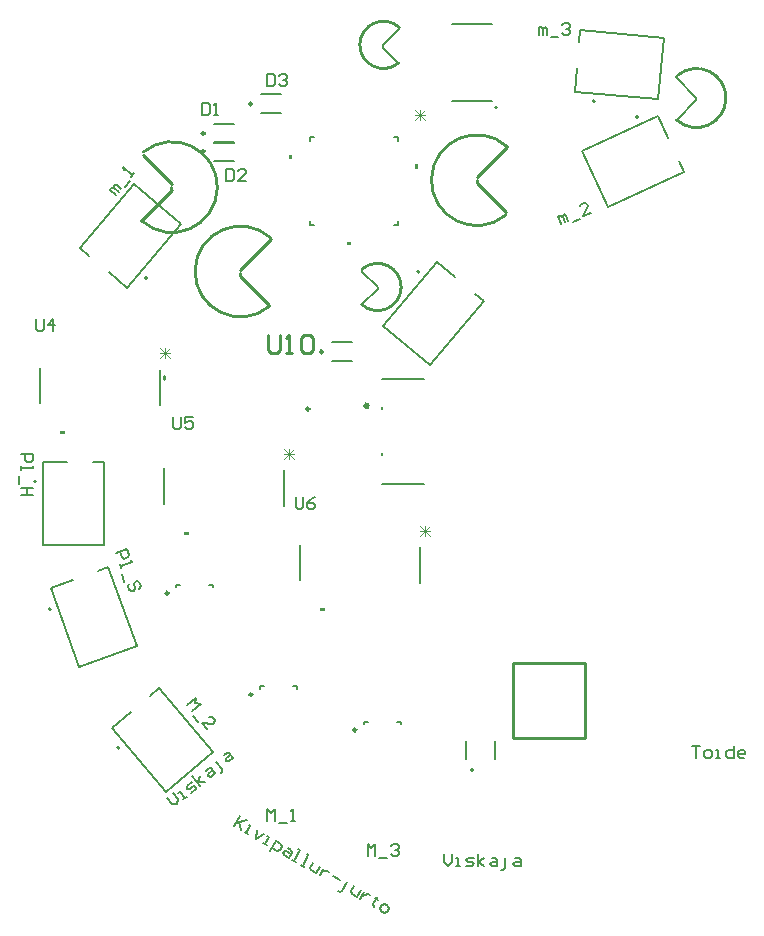
<source format=gbr>
%TF.GenerationSoftware,Altium Limited,Altium Designer,22.9.1 (49)*%
G04 Layer_Color=65535*
%FSLAX45Y45*%
%MOMM*%
%TF.SameCoordinates,A07B7C20-9008-4073-B72B-9E11D2315A39*%
%TF.FilePolarity,Positive*%
%TF.FileFunction,Legend,Top*%
%TF.Part,Single*%
G01*
G75*
%TA.AperFunction,NonConductor*%
%ADD71C,0.20000*%
%ADD72C,0.25400*%
%ADD73C,0.25000*%
%ADD74C,0.15240*%
%ADD75C,0.17780*%
%ADD76C,0.12700*%
%ADD77C,0.15000*%
%ADD78C,0.07620*%
%ADD79C,0.15300*%
G36*
X10001550Y11079040D02*
Y11053640D01*
X9963450D01*
Y11079040D01*
X10001550D01*
D02*
G37*
G36*
X11051550Y10229040D02*
Y10203640D01*
X11013450D01*
Y10229040D01*
X11051550D01*
D02*
G37*
G36*
X12201550Y9579040D02*
Y9553640D01*
X12163450D01*
Y9579040D01*
X12201550D01*
D02*
G37*
G36*
X12429050Y12679300D02*
Y12653900D01*
X12390950D01*
Y12679300D01*
X12429050D01*
D02*
G37*
G36*
X11929300Y13380949D02*
Y13419051D01*
X11903900D01*
Y13380949D01*
X11929300D01*
D02*
G37*
G36*
X12970700Y13300951D02*
Y13339050D01*
X12996100D01*
Y13300951D01*
X12970700D01*
D02*
G37*
D71*
X13663499Y13821001D02*
G03*
X13663499Y13821001I-10000J0D01*
G01*
X13006178Y12429072D02*
G03*
X13006178Y12429072I-10000J0D01*
G01*
X10466701Y8399523D02*
G03*
X10466701Y8399523I-10000J0D01*
G01*
X14489465Y13872102D02*
G03*
X14489465Y13872102I-10000J0D01*
G01*
X9884437Y9570004D02*
G03*
X9884437Y9570004I-10000J0D01*
G01*
X14855341Y13739333D02*
G03*
X14855341Y13739333I-10000J0D01*
G01*
X9759200Y10654000D02*
G03*
X9759200Y10654000I-10000J0D01*
G01*
X10700553Y12376353D02*
G03*
X10700553Y12376353I-10000J0D01*
G01*
X15174019Y14075980D02*
X15190781Y14092740D01*
X15181433Y13715378D02*
X15350000Y13883946D01*
Y13900000D01*
X15174019Y14075980D02*
X15350000Y13900000D01*
X13278500Y14525999D02*
X13621500D01*
X13278500Y13874001D02*
X13621500D01*
X12685000Y10877500D02*
Y10892500D01*
Y11267500D02*
Y11282500D01*
X12683800Y11524500D02*
X13043800D01*
X12515146Y12152303D02*
X12650000Y12287157D01*
Y12300000D01*
X12522624Y12427376D02*
X12650000Y12300000D01*
X12522624Y12427376D02*
Y12454193D01*
X12265000Y11830000D02*
X12435000D01*
X12265000Y11670000D02*
X12435000D01*
X11665000Y13930000D02*
X11835000D01*
X11665000Y13770000D02*
X11835000D01*
X11265000Y13530000D02*
X11435000D01*
X11265000Y13370000D02*
X11435000D01*
X11265000Y13680000D02*
X11435000D01*
X11265000Y13520000D02*
X11435000D01*
X12700000Y14323184D02*
X12827376Y14195808D01*
X12700000Y14323184D02*
Y14350000D01*
X12834854Y14484854D01*
Y14497697D01*
D72*
X12515146Y12152303D02*
G03*
X12522624Y12454193I134854J147697D01*
G01*
X12571161Y11293700D02*
G03*
X12571161Y11293700I-17961J0D01*
G01*
X12073200Y11266400D02*
G03*
X12073200Y11266400I-12700J0D01*
G01*
X12834854Y14497697D02*
G03*
X12827376Y14195808I-134854J-147697D01*
G01*
X13749088Y13487843D02*
G03*
X13734732Y12908289I-258887J-283543D01*
G01*
X11747787Y12714571D02*
G03*
X11733432Y12135016I-258887J-283543D01*
G01*
X15181433Y13715378D02*
G03*
X15190781Y14092740I168567J184621D01*
G01*
X10650913Y12862157D02*
G03*
X10665268Y13441713I258887J283543D01*
G01*
X14404800Y8479300D02*
Y9114300D01*
X13795200D02*
X14404800D01*
X13795200Y8479300D02*
Y9114300D01*
Y8479300D02*
X14404800D01*
X13490199Y13228957D02*
X13749088Y13487843D01*
X13490199Y13178900D02*
X13734732Y12934367D01*
X13490199Y13178900D02*
Y13204300D01*
X11488900Y12443356D02*
X11747787Y12702243D01*
X11488900Y12393300D02*
Y12418700D01*
Y12393300D02*
X11733432Y12148768D01*
X10838900Y11518700D02*
Y11543356D01*
X10900000Y13124600D02*
Y13150000D01*
X10665268Y13415633D02*
X10909800Y13171100D01*
X10900000Y13125343D02*
Y13150000D01*
X10650913Y12862157D02*
X10909800Y13121043D01*
X11719560Y11894771D02*
Y11767812D01*
X11744952Y11742420D01*
X11795735D01*
X11821127Y11767812D01*
Y11894771D01*
X11871911Y11742420D02*
X11922694D01*
X11897303D01*
Y11894771D01*
X11871911Y11869379D01*
X11998870D02*
X12024261Y11894771D01*
X12075045D01*
X12100437Y11869379D01*
Y11767812D01*
X12075045Y11742420D01*
X12024261D01*
X11998870Y11767812D01*
Y11869379D01*
D73*
X11590000Y8850000D02*
G03*
X11590000Y8850000I-12500J0D01*
G01*
X12470000Y8550000D02*
G03*
X12470000Y8550000I-12500J0D01*
G01*
X10880000Y9707500D02*
G03*
X10880000Y9707500I-12500J0D01*
G01*
X12187500Y11750000D02*
G03*
X12187500Y11750000I-12500J0D01*
G01*
X11587500Y13850000D02*
G03*
X11587500Y13850000I-12500J0D01*
G01*
X11187500Y13450000D02*
G03*
X11187500Y13450000I-12500J0D01*
G01*
Y13600000D02*
G03*
X11187500Y13600000I-12500J0D01*
G01*
D74*
X13460147Y8209347D02*
G03*
X13460147Y8209347I-10160J0D01*
G01*
X13008000Y9797600D02*
Y10097600D01*
X11992000Y9815100D02*
Y10115100D01*
X11858000Y10447600D02*
Y10747600D01*
X10842000Y10465100D02*
Y10765100D01*
X10808000Y11297600D02*
Y11597600D01*
X9792000Y11315100D02*
Y11615100D01*
X12822110Y13538313D02*
Y13572110D01*
X12077890Y13538313D02*
Y13572110D01*
Y12827890D02*
X12111686D01*
X12822110D02*
Y12861687D01*
X12788314Y13572110D02*
X12822110D01*
X12077890D02*
X12111686D01*
X12077890Y12827890D02*
Y12861687D01*
X12788314Y12827890D02*
X12822110D01*
X13648196Y8302540D02*
Y8457480D01*
X13401816Y8302540D02*
Y8457480D01*
D75*
X12683800Y10635500D02*
X13043800D01*
D76*
X13153854Y12511505D02*
X13309361Y12381019D01*
X13477892Y12239606D02*
X13552197Y12177256D01*
X13097746Y11635662D02*
X13552197Y12177256D01*
X12699404Y11969912D02*
X13097746Y11635662D01*
X12699404Y11969912D02*
X13153854Y12511505D01*
X10402900Y8569118D02*
X10558407Y8699604D01*
X10726937Y8841018D02*
X10801243Y8903368D01*
X11255694Y8361774D01*
X10857351Y8027525D02*
X11255694Y8361774D01*
X10402900Y8569118D02*
X10857351Y8027525D01*
X14321501Y13953981D02*
X14339194Y14156209D01*
X14358368Y14375371D02*
X14366821Y14472002D01*
X15071130Y14410384D01*
X15025810Y13892361D02*
X15071130Y14410384D01*
X14321501Y13953981D02*
X15025810Y13892361D01*
X9881886Y9747772D02*
X10072644Y9817203D01*
X10279376Y9892447D02*
X10370526Y9925623D01*
X10612334Y9261260D01*
X10123694Y9083410D02*
X10612334Y9261260D01*
X9881886Y9747772D02*
X10123694Y9083410D01*
X15023080Y13747404D02*
X15108873Y13563425D01*
X15201849Y13364037D02*
X15242844Y13276125D01*
X14602083Y12977335D02*
X15242844Y13276125D01*
X14382323Y13448615D02*
X14602083Y12977335D01*
X14382323Y13448615D02*
X15023080Y13747404D01*
X9817000Y10818500D02*
X10020000D01*
X10240000D02*
X10337000D01*
Y10111500D02*
Y10818500D01*
X9817000Y10111500D02*
X10337000D01*
X9817000D02*
Y10818500D01*
X10377370Y12424405D02*
X10532877Y12293920D01*
X10134534Y12628169D02*
X10208840Y12565819D01*
X10134534Y12628169D02*
X10588985Y13169763D01*
X10987328Y12835513D01*
X10532877Y12293920D02*
X10987328Y12835513D01*
D77*
X11655000Y8900000D02*
Y8917500D01*
X11685000D01*
X11965000Y8900000D02*
Y8917500D01*
X11935000D02*
X11965000D01*
X12535000Y8617500D02*
X12565000D01*
X12814999D02*
X12845000D01*
Y8600000D02*
Y8617500D01*
X12535000Y8600000D02*
Y8617500D01*
X10945000Y9775000D02*
X10975000D01*
X11225000D02*
X11255000D01*
Y9757500D02*
Y9775000D01*
X10945000Y9757500D02*
Y9775000D01*
D78*
X13090939Y10279625D02*
X13006300Y10194986D01*
Y10279625D02*
X13090939Y10194986D01*
X13048619Y10279625D02*
Y10194986D01*
X13006300Y10237305D02*
X13090939D01*
X11940939Y10929625D02*
X11856300Y10844986D01*
Y10929625D02*
X11940939Y10844986D01*
X11898619Y10929625D02*
Y10844986D01*
X11856300Y10887305D02*
X11940939D01*
X10890939Y11779625D02*
X10806300Y11694986D01*
Y11779625D02*
X10890939Y11694986D01*
X10848619Y11779625D02*
Y11694986D01*
X10806300Y11737305D02*
X10890939D01*
X13051099Y13796899D02*
X12966460Y13712260D01*
Y13796899D02*
X13051099Y13712260D01*
X13008778Y13796899D02*
Y13712260D01*
X12966460Y13754581D02*
X13051099D01*
D79*
X11487545Y7821033D02*
X11437561Y7734458D01*
X11454223Y7763316D01*
X11545261Y7787710D01*
X11476982Y7769415D01*
X11495277Y7701136D01*
X11524136Y7684474D02*
X11552994Y7667813D01*
X11538565Y7676144D01*
X11571888Y7733860D01*
X11557458Y7742191D01*
X11629604Y7700537D02*
X11625140Y7626160D01*
X11687320Y7667215D01*
X11682856Y7592837D02*
X11711714Y7576176D01*
X11697285Y7584507D01*
X11730608Y7642223D01*
X11716178Y7650553D01*
X11738340Y7522326D02*
X11788324Y7608900D01*
X11831611Y7583908D01*
X11837710Y7561149D01*
X11821048Y7532291D01*
X11798289Y7526192D01*
X11755002Y7551184D01*
X11889328Y7550586D02*
X11918186Y7533924D01*
X11924285Y7511165D01*
X11899292Y7467878D01*
X11856005Y7492869D01*
X11849907Y7515629D01*
X11872667Y7521728D01*
X11915954Y7496736D01*
X11928151Y7451216D02*
X11957009Y7434555D01*
X11942580Y7442886D01*
X11992564Y7529460D01*
X11978135Y7537791D01*
X12000296Y7409563D02*
X12029155Y7392902D01*
X12014726Y7401232D01*
X12064709Y7487807D01*
X12050280Y7496138D01*
X12105764Y7425626D02*
X12080772Y7382339D01*
X12086871Y7359579D01*
X12130158Y7334587D01*
X12163481Y7392303D01*
X12192339Y7375642D02*
X12159017Y7317926D01*
X12175678Y7346784D01*
X12198438Y7352883D01*
X12221197Y7358981D01*
X12235626Y7350650D01*
X12270583Y7311229D02*
X12328299Y7277907D01*
X12315504Y7189100D02*
X12329934Y7180769D01*
X12352693Y7186868D01*
X12394346Y7259013D01*
X12452063Y7225690D02*
X12427071Y7182403D01*
X12433170Y7159644D01*
X12476457Y7134652D01*
X12509779Y7192368D01*
X12538638Y7175707D02*
X12505315Y7117990D01*
X12521976Y7146849D01*
X12544736Y7152947D01*
X12567496Y7159045D01*
X12581925Y7150715D01*
X12647972Y7131821D02*
X12639641Y7117392D01*
X12625212Y7125723D01*
X12654070Y7109061D01*
X12639641Y7117392D01*
X12614650Y7074105D01*
X12620748Y7051345D01*
X12678464Y7018023D02*
X12707323Y7001361D01*
X12730082Y7007460D01*
X12746743Y7036318D01*
X12740645Y7059078D01*
X12711787Y7075739D01*
X12689027Y7069641D01*
X12672366Y7040782D01*
X12678464Y7018023D01*
X10435351Y13082265D02*
X10384298Y13125104D01*
X10395007Y13137868D01*
X10418480Y13139920D01*
X10456770Y13107791D01*
X10418480Y13139920D01*
X10416427Y13163393D01*
X10439899Y13165446D01*
X10478189Y13133318D01*
X10512372Y13148135D02*
X10555211Y13199188D01*
X10563867Y13235423D02*
X10585286Y13260951D01*
X10574577Y13248187D01*
X10497997Y13312447D01*
X10500050Y13288972D01*
X14015300Y14431961D02*
Y14498605D01*
X14031961D01*
X14048622Y14481944D01*
Y14431961D01*
Y14481944D01*
X14065285Y14498605D01*
X14081944Y14481944D01*
Y14431961D01*
X14115268Y14415300D02*
X14181914D01*
X14215234Y14515268D02*
X14231897Y14531929D01*
X14265219D01*
X14281882Y14515268D01*
Y14498605D01*
X14265219Y14481944D01*
X14248558D01*
X14265219D01*
X14281882Y14465285D01*
Y14448624D01*
X14265219Y14431961D01*
X14231897D01*
X14215234Y14448624D01*
X14203445Y12835268D02*
X14180652Y12897893D01*
X14196309Y12903590D01*
X14217664Y12893633D01*
X14234760Y12846664D01*
X14217664Y12893633D01*
X14227621Y12914989D01*
X14248976Y12905029D01*
X14266072Y12858061D01*
X14303084Y12853801D02*
X14365709Y12876595D01*
X14453951Y12926443D02*
X14391324Y12903648D01*
X14431155Y12989069D01*
X14425458Y13004726D01*
X14404103Y13014684D01*
X14372791Y13003287D01*
X14362833Y12981931D01*
X15315300Y8415268D02*
X15381944D01*
X15348622D01*
Y8315300D01*
X15431929D02*
X15465253D01*
X15481914Y8331961D01*
Y8365284D01*
X15465253Y8381945D01*
X15431929D01*
X15415268Y8365284D01*
Y8331961D01*
X15431929Y8315300D01*
X15515234D02*
X15548558D01*
X15531897D01*
Y8381945D01*
X15515234D01*
X15665187Y8415268D02*
Y8315300D01*
X15615202D01*
X15598541Y8331961D01*
Y8365284D01*
X15615202Y8381945D01*
X15665187D01*
X15748494Y8315300D02*
X15715170D01*
X15698511Y8331961D01*
Y8365284D01*
X15715170Y8381945D01*
X15748494D01*
X15765155Y8365284D01*
Y8348622D01*
X15698511D01*
X13215300Y7498590D02*
Y7431945D01*
X13248622Y7398622D01*
X13281944Y7431945D01*
Y7498590D01*
X13315268Y7398622D02*
X13348590D01*
X13331929D01*
Y7465268D01*
X13315268D01*
X13398573Y7398622D02*
X13448558D01*
X13465219Y7415284D01*
X13448558Y7431945D01*
X13415236D01*
X13398573Y7448606D01*
X13415236Y7465268D01*
X13465219D01*
X13498541Y7398622D02*
Y7498590D01*
Y7431945D02*
X13548526Y7465268D01*
X13498541Y7431945D02*
X13548526Y7398622D01*
X13615170Y7465268D02*
X13648494D01*
X13665155Y7448606D01*
Y7398622D01*
X13615170D01*
X13598511Y7415284D01*
X13615170Y7431945D01*
X13665155D01*
X13698479Y7365300D02*
X13715138D01*
X13731799Y7381961D01*
Y7465268D01*
X13815108D02*
X13848428D01*
X13865089Y7448606D01*
Y7398622D01*
X13815108D01*
X13798445Y7415284D01*
X13815108Y7431945D01*
X13865089D01*
X12565300Y7481961D02*
Y7581929D01*
X12598623Y7548606D01*
X12631945Y7581929D01*
Y7481961D01*
X12665268Y7465300D02*
X12731913D01*
X12765236Y7565268D02*
X12781897Y7581929D01*
X12815219D01*
X12831882Y7565268D01*
Y7548606D01*
X12815219Y7531945D01*
X12798558D01*
X12815219D01*
X12831882Y7515284D01*
Y7498623D01*
X12815219Y7481961D01*
X12781897D01*
X12765236Y7498623D01*
X11715300Y7781961D02*
Y7881929D01*
X11748622Y7848606D01*
X11781945Y7881929D01*
Y7781961D01*
X11815268Y7765300D02*
X11881913D01*
X11915236Y7781961D02*
X11948558D01*
X11931897D01*
Y7881929D01*
X11915236Y7865268D01*
X11034318Y8758824D02*
X11110898Y8823082D01*
X11106791Y8776136D01*
X11153737Y8772029D01*
X11077157Y8707771D01*
X11085813Y8671534D02*
X11128652Y8620481D01*
X11205673Y8554611D02*
X11162834Y8605664D01*
X11256726Y8597450D01*
X11269490Y8608160D01*
X11271543Y8631632D01*
X11250124Y8657159D01*
X11226651Y8659213D01*
X10866209Y7973661D02*
X10909047Y7922608D01*
X10955993Y7918501D01*
X10960100Y7965447D01*
X10917262Y8016500D01*
X11007046Y7961340D02*
X11032573Y7982759D01*
X11019810Y7972050D01*
X10976971Y8023103D01*
X10964208Y8012393D01*
X11070863Y8014888D02*
X11109153Y8047017D01*
X11111206Y8070490D01*
X11087733Y8072544D01*
X11062207Y8051124D01*
X11038734Y8053178D01*
X11040787Y8076651D01*
X11079077Y8108780D01*
X11147443Y8079146D02*
X11083185Y8155726D01*
X11126023Y8104673D02*
X11142894Y8162328D01*
X11126023Y8104673D02*
X11185733Y8111275D01*
X11193947Y8205167D02*
X11219474Y8226586D01*
X11242946Y8224533D01*
X11275075Y8186243D01*
X11236786Y8154114D01*
X11213313Y8156168D01*
X11215366Y8179640D01*
X11253656Y8211769D01*
X11322021Y8182136D02*
X11334785Y8192845D01*
X11336838Y8216318D01*
X11283290Y8280135D01*
X11347107Y8333683D02*
X11372633Y8355102D01*
X11396106Y8353049D01*
X11428235Y8314759D01*
X11389945Y8282630D01*
X11366472Y8284684D01*
X11368526Y8308157D01*
X11406816Y8340286D01*
X10435267Y10046554D02*
X10529206Y10080745D01*
X10546301Y10033775D01*
X10536343Y10012420D01*
X10505030Y10001023D01*
X10483675Y10010981D01*
X10466580Y10057951D01*
X10469458Y9952615D02*
X10480855Y9921302D01*
X10475156Y9936958D01*
X10569095Y9971149D01*
X10563397Y9986806D01*
X10482293Y9868634D02*
X10505087Y9806008D01*
X10633217Y9746260D02*
X10643176Y9767615D01*
X10631779Y9798928D01*
X10610424Y9808886D01*
X10594767Y9803187D01*
X10584809Y9781832D01*
X10596206Y9750519D01*
X10586248Y9729164D01*
X10570592Y9723466D01*
X10549237Y9733424D01*
X10537840Y9764737D01*
X10547798Y9786092D01*
X9631961Y10884700D02*
X9731929D01*
Y10834716D01*
X9715268Y10818055D01*
X9681945D01*
X9665284Y10834716D01*
Y10884700D01*
X9631961Y10784732D02*
Y10751410D01*
Y10768071D01*
X9731929D01*
Y10784732D01*
X9615300Y10701426D02*
Y10634781D01*
X9731929Y10601458D02*
X9631961D01*
X9681945D01*
Y10534813D01*
X9731929D01*
X9631961D01*
X11165840Y13856609D02*
Y13756641D01*
X11215824D01*
X11232485Y13773302D01*
Y13839946D01*
X11215824Y13856609D01*
X11165840D01*
X11265808Y13756641D02*
X11299130D01*
X11282469D01*
Y13856609D01*
X11265808Y13839946D01*
X11955780Y10524128D02*
Y10440821D01*
X11972441Y10424160D01*
X12005764D01*
X12022425Y10440821D01*
Y10524128D01*
X12122393D02*
X12089070Y10507466D01*
X12055748Y10474144D01*
Y10440821D01*
X12072409Y10424160D01*
X12105732D01*
X12122393Y10440821D01*
Y10457483D01*
X12105732Y10474144D01*
X12055748D01*
X10916694Y11199984D02*
Y11116678D01*
X10933355Y11100016D01*
X10966678D01*
X10983339Y11116678D01*
Y11199984D01*
X11083307D02*
X11016661D01*
Y11150000D01*
X11049984Y11166661D01*
X11066645D01*
X11083307Y11150000D01*
Y11116678D01*
X11066645Y11100016D01*
X11033323D01*
X11016661Y11116678D01*
X9756140Y12025268D02*
Y11941961D01*
X9772801Y11925300D01*
X9806124D01*
X9822785Y11941961D01*
Y12025268D01*
X9906092Y11925300D02*
Y12025268D01*
X9856108Y11975284D01*
X9922753D01*
X11716694Y14099985D02*
Y14000015D01*
X11766678D01*
X11783339Y14016678D01*
Y14083324D01*
X11766678Y14099985D01*
X11716694D01*
X11816661Y14083324D02*
X11833323Y14099985D01*
X11866645D01*
X11883306Y14083324D01*
Y14066661D01*
X11866645Y14050000D01*
X11849984D01*
X11866645D01*
X11883306Y14033339D01*
Y14016678D01*
X11866645Y14000015D01*
X11833323D01*
X11816661Y14016678D01*
X11366694Y13299985D02*
Y13200015D01*
X11416677D01*
X11433339Y13216676D01*
Y13283322D01*
X11416677Y13299985D01*
X11366694D01*
X11533306Y13200015D02*
X11466661D01*
X11533306Y13266661D01*
Y13283322D01*
X11516645Y13299985D01*
X11483323D01*
X11466661Y13283322D01*
%TF.MD5,0caba836e57b7d6c30240d796771176e*%
M02*

</source>
